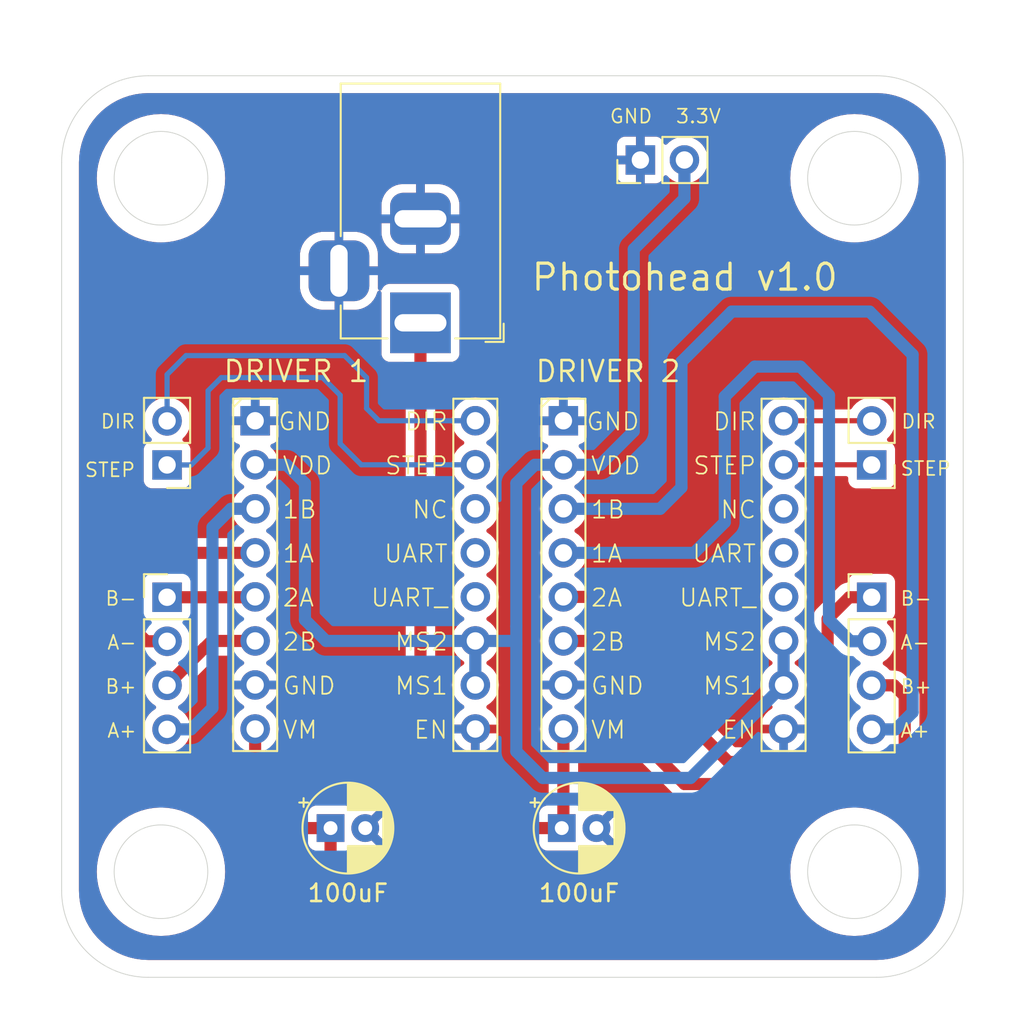
<source format=kicad_pcb>
(kicad_pcb (version 20240108) (generator "pcbnew") (generator_version "8.0")
  (title_block (title "Photohead board") (date "2024-03-03") (rev "v01") (comment 2 "creativecommons.org/licenses/by/4.0") (comment 3 "License: CC BY 4.0") (comment 4 "Author: Bastien Sagetat"))
  (layers (0 "F.Cu" signal) (31 "B.Cu" signal) (34 "B.Paste" user) (35 "F.Paste" user) (36 "B.SilkS" user "B.Silkscreen") (37 "F.SilkS" user "F.Silkscreen") (38 "B.Mask" user) (39 "F.Mask" user) (44 "Edge.Cuts" user))
  (net 0 "")
  (net 1 "+3.3V")
  (net 2 "GND")
  (net 4 "/DRV1_2A")
  (net 5 "/DRV1_1A")
  (net 8 "/DRV1_2B")
  (net 9 "/DRV1_STEP")
  (net 10 "+12V")
  (net 11 "/DRV1_DIR")
  (net 12 "/DRV1_1B")
  (net 13 "/DRV2_1A")
  (net 14 "/DRV2_STEP")
  (net 16 "/DRV2_2A")
  (net 18 "/DRV2_2B")
  (net 19 "/DRV2_1B")
  (net 21 "/DRV2_DIR")
  (footprint "Connector_BarrelJack:BarrelJack_Horizontal" (layer "F.Cu") (at 175.697 57.25 -90)
    (property "Reference" "J1" (hide yes))
    (property "Value" "Barrel_Jack_Switch")
    (fp_line (start -13.8 4.6) (end -13.8 -4.6) (stroke (width 0.12)) (layer "F.SilkS"))
    (fp_line (start -5 4.6) (end -13.8 4.6) (stroke (width 0.12)) (layer "F.SilkS"))
    (fp_line (start 0.9 4.6) (end -1 4.6) (stroke (width 0.12)) (layer "F.SilkS"))
    (fp_line (start 0.9 1.9) (end 0.9 4.6) (stroke (width 0.12)) (layer "F.SilkS"))
    (fp_line (start 1.1 -3.75) (end 1.1 -4.8) (stroke (width 0.12)) (layer "F.SilkS"))
    (fp_line (start -13.8 -4.6) (end 0.9 -4.6) (stroke (width 0.12)) (layer "F.SilkS"))
    (fp_line (start 0.9 -4.6) (end 0.9 -2) (stroke (width 0.12)) (layer "F.SilkS"))
    (fp_line (start 0.05 -4.8) (end 1.1 -4.8) (stroke (width 0.12)) (layer "F.SilkS"))
    (pad "1" thru_hole rect (at 0 0 270) (size 3.5 3.5) (drill oval 1 3) (layers "*.Cu" "*.Mask") (net 10 "+12V"))
    (pad "2" thru_hole roundrect (at -6 0 270) (size 3 3.5) (drill oval 1 3) (layers "*.Cu" "*.Mask") (net 2 "GND"))
    (pad "3" thru_hole roundrect (at -3 4.7 270) (size 3.5 3.5) (drill oval 3 1) (layers "*.Cu" "*.Mask") (net 2 "GND"))
  )
  (footprint "Connector_PinHeader_2.54mm:PinHeader_1x02_P2.54mm_Vertical" (layer "F.Cu") (at 161.082 65.448 180)
    (property "Reference" "J3" (hide yes))
    (property "Value" "Conn_01x02_Socket")
    (fp_line (start 1.33 1.27) (end 1.33 3.87) (stroke (width 0.12)) (layer "F.SilkS"))
    (fp_line (start -1.33 3.87) (end 1.33 3.87) (stroke (width 0.12)) (layer "F.SilkS"))
    (fp_line (start -1.33 1.27) (end 1.33 1.27) (stroke (width 0.12)) (layer "F.SilkS"))
    (fp_line (start -1.33 1.27) (end -1.33 3.87) (stroke (width 0.12)) (layer "F.SilkS"))
    (fp_line (start -1.33 0) (end -1.33 -1.33) (stroke (width 0.12)) (layer "F.SilkS"))
    (fp_line (start -1.33 -1.33) (end 0 -1.33) (stroke (width 0.12)) (layer "F.SilkS"))
    (pad "1" thru_hole rect (at 0 0 180) (size 1.7 1.7) (drill 1) (layers "*.Cu" "*.Mask") (net 9 "/DRV1_STEP"))
    (pad "2" thru_hole oval (at 0 2.54 180) (size 1.7 1.7) (drill 1) (layers "*.Cu" "*.Mask") (net 11 "/DRV1_DIR"))
  )
  (footprint "Connector_PinHeader_2.54mm:PinHeader_1x04_P2.54mm_Vertical" (layer "F.Cu") (at 161.082 73.078)
    (property "Reference" "J4" (hide yes))
    (property "Value" "Conn_01x04_Socket")
    (fp_line (start -1.33 -1.33) (end 0 -1.33) (stroke (width 0.12)) (layer "F.SilkS"))
    (fp_line (start -1.33 0) (end -1.33 -1.33) (stroke (width 0.12)) (layer "F.SilkS"))
    (fp_line (start -1.33 1.27) (end -1.33 8.95) (stroke (width 0.12)) (layer "F.SilkS"))
    (fp_line (start -1.33 1.27) (end 1.33 1.27) (stroke (width 0.12)) (layer "F.SilkS"))
    (fp_line (start -1.33 8.95) (end 1.33 8.95) (stroke (width 0.12)) (layer "F.SilkS"))
    (fp_line (start 1.33 1.27) (end 1.33 8.95) (stroke (width 0.12)) (layer "F.SilkS"))
    (pad "1" thru_hole rect (at 0 0) (size 1.7 1.7) (drill 1) (layers "*.Cu" "*.Mask") (net 4 "/DRV1_2A"))
    (pad "2" thru_hole oval (at 0 2.54) (size 1.7 1.7) (drill 1) (layers "*.Cu" "*.Mask") (net 5 "/DRV1_1A"))
    (pad "3" thru_hole oval (at 0 5.08) (size 1.7 1.7) (drill 1) (layers "*.Cu" "*.Mask") (net 8 "/DRV1_2B"))
    (pad "4" thru_hole oval (at 0 7.62) (size 1.7 1.7) (drill 1) (layers "*.Cu" "*.Mask") (net 12 "/DRV1_1B"))
  )
  (footprint "Connector_PinHeader_2.54mm:PinHeader_1x02_P2.54mm_Vertical" (layer "F.Cu") (at 201.722 65.448 180)
    (property "Reference" "J5" (hide yes))
    (property "Value" "Conn_01x02_Socket")
    (fp_line (start 1.33 1.27) (end 1.33 3.87) (stroke (width 0.12)) (layer "F.SilkS"))
    (fp_line (start -1.33 3.87) (end 1.33 3.87) (stroke (width 0.12)) (layer "F.SilkS"))
    (fp_line (start -1.33 1.27) (end 1.33 1.27) (stroke (width 0.12)) (layer "F.SilkS"))
    (fp_line (start -1.33 1.27) (end -1.33 3.87) (stroke (width 0.12)) (layer "F.SilkS"))
    (fp_line (start -1.33 0) (end -1.33 -1.33) (stroke (width 0.12)) (layer "F.SilkS"))
    (fp_line (start -1.33 -1.33) (end 0 -1.33) (stroke (width 0.12)) (layer "F.SilkS"))
    (pad "1" thru_hole rect (at 0 0 180) (size 1.7 1.7) (drill 1) (layers "*.Cu" "*.Mask") (net 14 "/DRV2_STEP"))
    (pad "2" thru_hole oval (at 0 2.54 180) (size 1.7 1.7) (drill 1) (layers "*.Cu" "*.Mask") (net 21 "/DRV2_DIR"))
  )
  (footprint "Connector_PinHeader_2.54mm:PinHeader_1x04_P2.54mm_Vertical" (layer "F.Cu") (at 201.722 73.078)
    (property "Reference" "J6" (hide yes))
    (property "Value" "Conn_01x04_Socket")
    (fp_line (start -1.33 -1.33) (end 0 -1.33) (stroke (width 0.12)) (layer "F.SilkS"))
    (fp_line (start -1.33 0) (end -1.33 -1.33) (stroke (width 0.12)) (layer "F.SilkS"))
    (fp_line (start -1.33 1.27) (end -1.33 8.95) (stroke (width 0.12)) (layer "F.SilkS"))
    (fp_line (start -1.33 1.27) (end 1.33 1.27) (stroke (width 0.12)) (layer "F.SilkS"))
    (fp_line (start -1.33 8.95) (end 1.33 8.95) (stroke (width 0.12)) (layer "F.SilkS"))
    (fp_line (start 1.33 1.27) (end 1.33 8.95) (stroke (width 0.12)) (layer "F.SilkS"))
    (pad "1" thru_hole rect (at 0 0) (size 1.7 1.7) (drill 1) (layers "*.Cu" "*.Mask") (net 16 "/DRV2_2A"))
    (pad "2" thru_hole oval (at 0 2.54) (size 1.7 1.7) (drill 1) (layers "*.Cu" "*.Mask") (net 13 "/DRV2_1A"))
    (pad "3" thru_hole oval (at 0 5.08) (size 1.7 1.7) (drill 1) (layers "*.Cu" "*.Mask") (net 18 "/DRV2_2B"))
    (pad "4" thru_hole oval (at 0 7.62) (size 1.7 1.7) (drill 1) (layers "*.Cu" "*.Mask") (net 19 "/DRV2_1B"))
  )
  (footprint "photo-elec:TMC2208_v2.0_MKS_sockets" (layer "F.Cu") (at 166.162 62.898)
    (property "Reference" "U1" (hide yes))
    (property "Value" "~")
    (fp_line (start -1.27 -1.27) (end -1.27 19.05) (stroke (width 0.12)) (layer "F.SilkS"))
    (fp_line (start -1.27 -1.27) (end 1.27 -1.27) (stroke (width 0.12)) (layer "F.SilkS"))
    (fp_line (start -1.27 -0.762) (end -0.762 -1.27) (stroke (width 0.1)) (layer "F.SilkS"))
    (fp_line (start -1.27 19.05) (end 1.27 19.05) (stroke (width 0.12)) (layer "F.SilkS"))
    (fp_line (start 1.27 -1.27) (end 1.27 19.05) (stroke (width 0.12)) (layer "F.SilkS"))
    (fp_line (start 11.43 -1.27) (end 11.43 19.05) (stroke (width 0.12)) (layer "F.SilkS"))
    (fp_line (start 11.43 -1.27) (end 13.97 -1.27) (stroke (width 0.12)) (layer "F.SilkS"))
    (fp_line (start 11.43 19.05) (end 13.97 19.05) (stroke (width 0.12)) (layer "F.SilkS"))
    (fp_line (start 13.97 -1.27) (end 13.97 19.05) (stroke (width 0.12)) (layer "F.SilkS"))
    (fp_text user "GND" (at 1.524 15.875 0) (layer "F.SilkS") (effects (font (thickness 0.1)) (justify left bottom)))
    (fp_text user "2B" (at 1.524 13.335 0) (layer "F.SilkS") (effects (font (thickness 0.1)) (justify left bottom)))
    (fp_text user "MS1" (at 11.176 15.875 0) (layer "F.SilkS") (effects (font (thickness 0.1)) (justify right bottom)))
    (fp_text user "NC" (at 11.176 5.715 0) (layer "F.SilkS") (effects (font (thickness 0.1)) (justify right bottom)))
    (fp_text user "1B" (at 1.524 5.715 0) (layer "F.SilkS") (effects (font (thickness 0.1)) (justify left bottom)))
    (fp_text user "VM" (at 1.524 18.415 0) (layer "F.SilkS") (effects (font (thickness 0.1)) (justify left bottom)))
    (fp_text user "MS2" (at 11.176 13.335 0) (layer "F.SilkS") (effects (font (thickness 0.1)) (justify right bottom)))
    (fp_text user "STEP" (at 11.176 3.175 0) (layer "F.SilkS") (effects (font (thickness 0.1)) (justify right bottom)))
    (fp_text user "EN" (at 11.176 18.415 0) (layer "F.SilkS") (effects (font (thickness 0.1)) (justify right bottom)))
    (fp_text user "UART_" (at 11.176 10.795 0) (layer "F.SilkS") (effects (font (thickness 0.1)) (justify right bottom)))
    (fp_text user "VDD" (at 1.524 3.175 0) (layer "F.SilkS") (effects (font (thickness 0.1)) (justify left bottom)))
    (fp_text user "1A" (at 1.524 8.255 0) (layer "F.SilkS") (effects (font (thickness 0.1)) (justify left bottom)))
    (fp_text user "GND" (at 1.27 0.635 0) (layer "F.SilkS") (effects (font (thickness 0.1)) (justify left bottom)))
    (fp_text user "UART" (at 11.176 8.255 0) (layer "F.SilkS") (effects (font (thickness 0.1)) (justify right bottom)))
    (fp_text user "2A" (at 1.524 10.795 0) (layer "F.SilkS") (effects (font (thickness 0.1)) (justify left bottom)))
    (pad "1" thru_hole rect (at 0 0) (size 1.7 1.7) (drill 1) (layers "*.Cu" "*.Mask") (net 2 "GND"))
    (pad "2" thru_hole oval (at 0 2.54) (size 1.7 1.7) (drill 1) (layers "*.Cu" "*.Mask") (net 1 "+3.3V"))
    (pad "3" thru_hole oval (at 0 5.08) (size 1.7 1.7) (drill 1) (layers "*.Cu" "*.Mask") (net 12 "/DRV1_1B"))
    (pad "4" thru_hole oval (at 0 7.62) (size 1.7 1.7) (drill 1) (layers "*.Cu" "*.Mask") (net 5 "/DRV1_1A"))
    (pad "5" thru_hole oval (at 0 10.16) (size 1.7 1.7) (drill 1) (layers "*.Cu" "*.Mask") (net 4 "/DRV1_2A"))
    (pad "6" thru_hole oval (at 0 12.7) (size 1.7 1.7) (drill 1) (layers "*.Cu" "*.Mask") (net 8 "/DRV1_2B"))
    (pad "7" thru_hole oval (at 0 15.24) (size 1.7 1.7) (drill 1) (layers "*.Cu" "*.Mask") (net 2 "GND"))
    (pad "8" thru_hole oval (at 0 17.78) (size 1.7 1.7) (drill 1) (layers "*.Cu" "*.Mask") (net 10 "+12V"))
    (pad "9" thru_hole oval (at 12.7 17.78) (size 1.7 1.7) (drill 1) (layers "*.Cu" "*.Mask") (net 2 "GND"))
    (pad "10" thru_hole oval (at 12.7 15.24) (size 1.7 1.7) (drill 1) (layers "*.Cu" "*.Mask") (net 1 "+3.3V"))
    (pad "11" thru_hole oval (at 12.7 12.7) (size 1.7 1.7) (drill 1) (layers "*.Cu" "*.Mask") (net 1 "+3.3V"))
    (pad "12" thru_hole oval (at 12.7 10.16) (size 1.7 1.7) (drill 1) (layers "*.Cu" "*.Mask"))
    (pad "13" thru_hole oval (at 12.7 7.62) (size 1.7 1.7) (drill 1) (layers "*.Cu" "*.Mask"))
    (pad "14" thru_hole oval (at 12.7 5.08) (size 1.7 1.7) (drill 1) (layers "*.Cu" "*.Mask"))
    (pad "15" thru_hole oval (at 12.7 2.54) (size 1.7 1.7) (drill 1) (layers "*.Cu" "*.Mask") (net 9 "/DRV1_STEP"))
    (pad "16" thru_hole oval (at 12.7 0) (size 1.7 1.7) (drill 1) (layers "*.Cu" "*.Mask") (net 11 "/DRV1_DIR"))
  )
  (footprint "Capacitor_THT:CP_Radial_D5.0mm_P2.00mm" (layer "F.Cu") (at 170.512 86.393)
    (property "Reference" "C1" (hide yes))
    (property "Value" "100uF" (at 1 3.75 0) (layer "F.SilkS"))
    (fp_line (start -1.804775 -1.475) (end -1.304775 -1.475) (stroke (width 0.12)) (layer "F.SilkS"))
    (fp_line (start -1.554775 -1.725) (end -1.554775 -1.225) (stroke (width 0.12)) (layer "F.SilkS"))
    (fp_line (start 1 -2.58) (end 1 -1.04) (stroke (width 0.12)) (layer "F.SilkS"))
    (fp_line (start 1 1.04) (end 1 2.58) (stroke (width 0.12)) (layer "F.SilkS"))
    (fp_line (start 1.04 -2.58) (end 1.04 -1.04) (stroke (width 0.12)) (layer "F.SilkS"))
    (fp_line (start 1.04 1.04) (end 1.04 2.58) (stroke (width 0.12)) (layer "F.SilkS"))
    (fp_line (start 1.08 -2.579) (end 1.08 -1.04) (stroke (width 0.12)) (layer "F.SilkS"))
    (fp_line (start 1.08 1.04) (end 1.08 2.579) (stroke (width 0.12)) (layer "F.SilkS"))
    (fp_line (start 1.12 -2.578) (end 1.12 -1.04) (stroke (width 0.12)) (layer "F.SilkS"))
    (fp_line (start 1.12 1.04) (end 1.12 2.578) (stroke (width 0.12)) (layer "F.SilkS"))
    (fp_line (start 1.16 -2.576) (end 1.16 -1.04) (stroke (width 0.12)) (layer "F.SilkS"))
    (fp_line (start 1.16 1.04) (end 1.16 2.576) (stroke (width 0.12)) (layer "F.SilkS"))
    (fp_line (start 1.2 -2.573) (end 1.2 -1.04) (stroke (width 0.12)) (layer "F.SilkS"))
    (fp_line (start 1.2 1.04) (end 1.2 2.573) (stroke (width 0.12)) (layer "F.SilkS"))
    (fp_line (start 1.24 -2.569) (end 1.24 -1.04) (stroke (width 0.12)) (layer "F.SilkS"))
    (fp_line (start 1.24 1.04) (end 1.24 2.569) (stroke (width 0.12)) (layer "F.SilkS"))
    (fp_line (start 1.28 -2.565) (end 1.28 -1.04) (stroke (width 0.12)) (layer "F.SilkS"))
    (fp_line (start 1.28 1.04) (end 1.28 2.565) (stroke (width 0.12)) (layer "F.SilkS"))
    (fp_line (start 1.32 -2.561) (end 1.32 -1.04) (stroke (width 0.12)) (layer "F.SilkS"))
    (fp_line (start 1.32 1.04) (end 1.32 2.561) (stroke (width 0.12)) (layer "F.SilkS"))
    (fp_line (start 1.36 -2.556) (end 1.36 -1.04) (stroke (width 0.12)) (layer "F.SilkS"))
    (fp_line (start 1.36 1.04) (end 1.36 2.556) (stroke (width 0.12)) (layer "F.SilkS"))
    (fp_line (start 1.4 -2.55) (end 1.4 -1.04) (stroke (width 0.12)) (layer "F.SilkS"))
    (fp_line (start 1.4 1.04) (end 1.4 2.55) (stroke (width 0.12)) (layer "F.SilkS"))
    (fp_line (start 1.44 -2.543) (end 1.44 -1.04) (stroke (width 0.12)) (layer "F.SilkS"))
    (fp_line (start 1.44 1.04) (end 1.44 2.543) (stroke (width 0.12)) (layer "F.SilkS"))
    (fp_line (start 1.48 -2.536) (end 1.48 -1.04) (stroke (width 0.12)) (layer "F.SilkS"))
    (fp_line (start 1.48 1.04) (end 1.48 2.536) (stroke (width 0.12)) (layer "F.SilkS"))
    (fp_line (start 1.52 -2.528) (end 1.52 -1.04) (stroke (width 0.12)) (layer "F.SilkS"))
    (fp_line (start 1.52 1.04) (end 1.52 2.528) (stroke (width 0.12)) (layer "F.SilkS"))
    (fp_line (start 1.56 -2.52) (end 1.56 -1.04) (stroke (width 0.12)) (layer "F.SilkS"))
    (fp_line (start 1.56 1.04) (end 1.56 2.52) (stroke (width 0.12)) (layer "F.SilkS"))
    (fp_line (start 1.6 -2.511) (end 1.6 -1.04) (stroke (width 0.12)) (layer "F.SilkS"))
    (fp_line (start 1.6 1.04) (end 1.6 2.511) (stroke (width 0.12)) (layer "F.SilkS"))
    (fp_line (start 1.64 -2.501) (end 1.64 -1.04) (stroke (width 0.12)) (layer "F.SilkS"))
    (fp_line (start 1.64 1.04) (end 1.64 2.501) (stroke (width 0.12)) (layer "F.SilkS"))
    (fp_line (start 1.68 -2.491) (end 1.68 -1.04) (stroke (width 0.12)) (layer "F.SilkS"))
    (fp_line (start 1.68 1.04) (end 1.68 2.491) (stroke (width 0.12)) (layer "F.SilkS"))
    (fp_line (start 1.721 -2.48) (end 1.721 -1.04) (stroke (width 0.12)) (layer "F.SilkS"))
    (fp_line (start 1.721 1.04) (end 1.721 2.48) (stroke (width 0.12)) (layer "F.SilkS"))
    (fp_line (start 1.761 -2.468) (end 1.761 -1.04) (stroke (width 0.12)) (layer "F.SilkS"))
    (fp_line (start 1.761 1.04) (end 1.761 2.468) (stroke (width 0.12)) (layer "F.SilkS"))
    (fp_line (start 1.801 -2.455) (end 1.801 -1.04) (stroke (width 0.12)) (layer "F.SilkS"))
    (fp_line (start 1.801 1.04) (end 1.801 2.455) (stroke (width 0.12)) (layer "F.SilkS"))
    (fp_line (start 1.841 -2.442) (end 1.841 -1.04) (stroke (width 0.12)) (layer "F.SilkS"))
    (fp_line (start 1.841 1.04) (end 1.841 2.442) (stroke (width 0.12)) (layer "F.SilkS"))
    (fp_line (start 1.881 -2.428) (end 1.881 -1.04) (stroke (width 0.12)) (layer "F.SilkS"))
    (fp_line (start 1.881 1.04) (end 1.881 2.428) (stroke (width 0.12)) (layer "F.SilkS"))
    (fp_line (start 1.921 -2.414) (end 1.921 -1.04) (stroke (width 0.12)) (layer "F.SilkS"))
    (fp_line (start 1.921 1.04) (end 1.921 2.414) (stroke (width 0.12)) (layer "F.SilkS"))
    (fp_line (start 1.961 -2.398) (end 1.961 -1.04) (stroke (width 0.12)) (layer "F.SilkS"))
    (fp_line (start 1.961 1.04) (end 1.961 2.398) (stroke (width 0.12)) (layer "F.SilkS"))
    (fp_line (start 2.001 -2.382) (end 2.001 -1.04) (stroke (width 0.12)) (layer "F.SilkS"))
    (fp_line (start 2.001 1.04) (end 2.001 2.382) (stroke (width 0.12)) (layer "F.SilkS"))
    (fp_line (start 2.041 -2.365) (end 2.041 -1.04) (stroke (width 0.12)) (layer "F.SilkS"))
    (fp_line (start 2.041 1.04) (end 2.041 2.365) (stroke (width 0.12)) (layer "F.SilkS"))
    (fp_line (start 2.081 -2.348) (end 2.081 -1.04) (stroke (width 0.12)) (layer "F.SilkS"))
    (fp_line (start 2.081 1.04) (end 2.081 2.348) (stroke (width 0.12)) (layer "F.SilkS"))
    (fp_line (start 2.121 -2.329) (end 2.121 -1.04) (stroke (width 0.12)) (layer "F.SilkS"))
    (fp_line (start 2.121 1.04) (end 2.121 2.329) (stroke (width 0.12)) (layer "F.SilkS"))
    (fp_line (start 2.161 -2.31) (end 2.161 -1.04) (stroke (width 0.12)) (layer "F.SilkS"))
    (fp_line (start 2.161 1.04) (end 2.161 2.31) (stroke (width 0.12)) (layer "F.SilkS"))
    (fp_line (start 2.201 -2.29) (end 2.201 -1.04) (stroke (width 0.12)) (layer "F.SilkS"))
    (fp_line (start 2.201 1.04) (end 2.201 2.29) (stroke (width 0.12)) (layer "F.SilkS"))
    (fp_line (start 2.241 -2.268) (end 2.241 -1.04) (stroke (width 0.12)) (layer "F.SilkS"))
    (fp_line (start 2.241 1.04) (end 2.241 2.268) (stroke (width 0.12)) (layer "F.SilkS"))
    (fp_line (start 2.281 -2.247) (end 2.281 -1.04) (stroke (width 0.12)) (layer "F.SilkS"))
    (fp_line (start 2.281 1.04) (end 2.281 2.247) (stroke (width 0.12)) (layer "F.SilkS"))
    (fp_line (start 2.321 -2.224) (end 2.321 -1.04) (stroke (width 0.12)) (layer "F.SilkS"))
    (fp_line (start 2.321 1.04) (end 2.321 2.224) (stroke (width 0.12)) (layer "F.SilkS"))
    (fp_line (start 2.361 -2.2) (end 2.361 -1.04) (stroke (width 0.12)) (layer "F.SilkS"))
    (fp_line (start 2.361 1.04) (end 2.361 2.2) (stroke (width 0.12)) (layer "F.SilkS"))
    (fp_line (start 2.401 -2.175) (end 2.401 -1.04) (stroke (width 0.12)) (layer "F.SilkS"))
    (fp_line (start 2.401 1.04) (end 2.401 2.175) (stroke (width 0.12)) (layer "F.SilkS"))
    (fp_line (start 2.441 -2.149) (end 2.441 -1.04) (stroke (width 0.12)) (layer "F.SilkS"))
    (fp_line (start 2.441 1.04) (end 2.441 2.149) (stroke (width 0.12)) (layer "F.SilkS"))
    (fp_line (start 2.481 -2.122) (end 2.481 -1.04) (stroke (width 0.12)) (layer "F.SilkS"))
    (fp_line (start 2.481 1.04) (end 2.481 2.122) (stroke (width 0.12)) (layer "F.SilkS"))
    (fp_line (start 2.521 -2.095) (end 2.521 -1.04) (stroke (width 0.12)) (layer "F.SilkS"))
    (fp_line (start 2.521 1.04) (end 2.521 2.095) (stroke (width 0.12)) (layer "F.SilkS"))
    (fp_line (start 2.561 -2.065) (end 2.561 -1.04) (stroke (width 0.12)) (layer "F.SilkS"))
    (fp_line (start 2.561 1.04) (end 2.561 2.065) (stroke (width 0.12)) (layer "F.SilkS"))
    (fp_line (start 2.601 -2.035) (end 2.601 -1.04) (stroke (width 0.12)) (layer "F.SilkS"))
    (fp_line (start 2.601 1.04) (end 2.601 2.035) (stroke (width 0.12)) (layer "F.SilkS"))
    (fp_line (start 2.641 -2.004) (end 2.641 -1.04) (stroke (width 0.12)) (layer "F.SilkS"))
    (fp_line (start 2.641 1.04) (end 2.641 2.004) (stroke (width 0.12)) (layer "F.SilkS"))
    (fp_line (start 2.681 -1.971) (end 2.681 -1.04) (stroke (width 0.12)) (layer "F.SilkS"))
    (fp_line (start 2.681 1.04) (end 2.681 1.971) (stroke (width 0.12)) (layer "F.SilkS"))
    (fp_line (start 2.721 -1.937) (end 2.721 -1.04) (stroke (width 0.12)) (layer "F.SilkS"))
    (fp_line (start 2.721 1.04) (end 2.721 1.937) (stroke (width 0.12)) (layer "F.SilkS"))
    (fp_line (start 2.761 -1.901) (end 2.761 -1.04) (stroke (width 0.12)) (layer "F.SilkS"))
    (fp_line (start 2.761 1.04) (end 2.761 1.901) (stroke (width 0.12)) (layer "F.SilkS"))
    (fp_line (start 2.801 -1.864) (end 2.801 -1.04) (stroke (width 0.12)) (layer "F.SilkS"))
    (fp_line (start 2.801 1.04) (end 2.801 1.864) (stroke (width 0.12)) (layer "F.SilkS"))
    (fp_line (start 2.841 -1.826) (end 2.841 -1.04) (stroke (width 0.12)) (layer "F.SilkS"))
    (fp_line (start 2.841 1.04) (end 2.841 1.826) (stroke (width 0.12)) (layer "F.SilkS"))
    (fp_line (start 2.881 -1.785) (end 2.881 -1.04) (stroke (width 0.12)) (layer "F.SilkS"))
    (fp_line (start 2.881 1.04) (end 2.881 1.785) (stroke (width 0.12)) (layer "F.SilkS"))
    (fp_line (start 2.921 -1.743) (end 2.921 -1.04) (stroke (width 0.12)) (layer "F.SilkS"))
    (fp_line (start 2.921 1.04) (end 2.921 1.743) (stroke (width 0.12)) (layer "F.SilkS"))
    (fp_line (start 2.961 -1.699) (end 2.961 -1.04) (stroke (width 0.12)) (layer "F.SilkS"))
    (fp_line (start 2.961 1.04) (end 2.961 1.699) (stroke (width 0.12)) (layer "F.SilkS"))
    (fp_line (start 3.001 -1.653) (end 3.001 -1.04) (stroke (width 0.12)) (layer "F.SilkS"))
    (fp_line (start 3.001 1.04) (end 3.001 1.653) (stroke (width 0.12)) (layer "F.SilkS"))
    (fp_line (start 3.041 -1.605) (end 3.041 1.605) (stroke (width 0.12)) (layer "F.SilkS"))
    (fp_line (start 3.081 -1.554) (end 3.081 1.554) (stroke (width 0.12)) (layer "F.SilkS"))
    (fp_line (start 3.121 -1.5) (end 3.121 1.5) (stroke (width 0.12)) (layer "F.SilkS"))
    (fp_line (start 3.161 -1.443) (end 3.161 1.443) (stroke (width 0.12)) (layer "F.SilkS"))
    (fp_line (start 3.201 -1.383) (end 3.201 1.383) (stroke (width 0.12)) (layer "F.SilkS"))
    (fp_line (start 3.241 -1.319) (end 3.241 1.319) (stroke (width 0.12)) (layer "F.SilkS"))
    (fp_line (start 3.281 -1.251) (end 3.281 1.251) (stroke (width 0.12)) (layer "F.SilkS"))
    (fp_line (start 3.321 -1.178) (end 3.321 1.178) (stroke (width 0.12)) (layer "F.SilkS"))
    (fp_line (start 3.361 -1.098) (end 3.361 1.098) (stroke (width 0.12)) (layer "F.SilkS"))
    (fp_line (start 3.401 -1.011) (end 3.401 1.011) (stroke (width 0.12)) (layer "F.SilkS"))
    (fp_line (start 3.441 -0.915) (end 3.441 0.915) (stroke (width 0.12)) (layer "F.SilkS"))
    (fp_line (start 3.481 -0.805) (end 3.481 0.805) (stroke (width 0.12)) (layer "F.SilkS"))
    (fp_line (start 3.521 -0.677) (end 3.521 0.677) (stroke (width 0.12)) (layer "F.SilkS"))
    (fp_line (start 3.561 -0.518) (end 3.561 0.518) (stroke (width 0.12)) (layer "F.SilkS"))
    (fp_line (start 3.601 -0.284) (end 3.601 0.284) (stroke (width 0.12)) (layer "F.SilkS"))
    (fp_circle (center 1 0) (end 3.62 0) (stroke (width 0.12)) (fill none) (layer "F.SilkS"))
    (pad "1" thru_hole rect (at 0 0) (size 1.6 1.6) (drill 0.8) (layers "*.Cu" "*.Mask") (net 10 "+12V"))
    (pad "2" thru_hole circle (at 2 0) (size 1.6 1.6) (drill 0.8) (layers "*.Cu" "*.Mask") (net 2 "GND"))
  )
  (footprint "Capacitor_THT:CP_Radial_D5.0mm_P2.00mm" (layer "F.Cu") (at 183.847 86.393)
    (property "Reference" "C2" (hide yes))
    (property "Value" "100uF" (at 1 3.75 0) (layer "F.SilkS"))
    (fp_line (start -1.804775 -1.475) (end -1.304775 -1.475) (stroke (width 0.12)) (layer "F.SilkS"))
    (fp_line (start -1.554775 -1.725) (end -1.554775 -1.225) (stroke (width 0.12)) (layer "F.SilkS"))
    (fp_line (start 1 -2.58) (end 1 -1.04) (stroke (width 0.12)) (layer "F.SilkS"))
    (fp_line (start 1 1.04) (end 1 2.58) (stroke (width 0.12)) (layer "F.SilkS"))
    (fp_line (start 1.04 -2.58) (end 1.04 -1.04) (stroke (width 0.12)) (layer "F.SilkS"))
    (fp_line (start 1.04 1.04) (end 1.04 2.58) (stroke (width 0.12)) (layer "F.SilkS"))
    (fp_line (start 1.08 -2.579) (end 1.08 -1.04) (stroke (width 0.12)) (layer "F.SilkS"))
    (fp_line (start 1.08 1.04) (end 1.08 2.579) (stroke (width 0.12)) (layer "F.SilkS"))
    (fp_line (start 1.12 -2.578) (end 1.12 -1.04) (stroke (width 0.12)) (layer "F.SilkS"))
    (fp_line (start 1.12 1.04) (end 1.12 2.578) (stroke (width 0.12)) (layer "F.SilkS"))
    (fp_line (start 1.16 -2.576) (end 1.16 -1.04) (stroke (width 0.12)) (layer "F.SilkS"))
    (fp_line (start 1.16 1.04) (end 1.16 2.576) (stroke (width 0.12)) (layer "F.SilkS"))
    (fp_line (start 1.2 -2.573) (end 1.2 -1.04) (stroke (width 0.12)) (layer "F.SilkS"))
    (fp_line (start 1.2 1.04) (end 1.2 2.573) (stroke (width 0.12)) (layer "F.SilkS"))
    (fp_line (start 1.24 -2.569) (end 1.24 -1.04) (stroke (width 0.12)) (layer "F.SilkS"))
    (fp_line (start 1.24 1.04) (end 1.24 2.569) (stroke (width 0.12)) (layer "F.SilkS"))
    (fp_line (start 1.28 -2.565) (end 1.28 -1.04) (stroke (width 0.12)) (layer "F.SilkS"))
    (fp_line (start 1.28 1.04) (end 1.28 2.565) (stroke (width 0.12)) (layer "F.SilkS"))
    (fp_line (start 1.32 -2.561) (end 1.32 -1.04) (stroke (width 0.12)) (layer "F.SilkS"))
    (fp_line (start 1.32 1.04) (end 1.32 2.561) (stroke (width 0.12)) (layer "F.SilkS"))
    (fp_line (start 1.36 -2.556) (end 1.36 -1.04) (stroke (width 0.12)) (layer "F.SilkS"))
    (fp_line (start 1.36 1.04) (end 1.36 2.556) (stroke (width 0.12)) (layer "F.SilkS"))
    (fp_line (start 1.4 -2.55) (end 1.4 -1.04) (stroke (width 0.12)) (layer "F.SilkS"))
    (fp_line (start 1.4 1.04) (end 1.4 2.55) (stroke (width 0.12)) (layer "F.SilkS"))
    (fp_line (start 1.44 -2.543) (end 1.44 -1.04) (stroke (width 0.12)) (layer "F.SilkS"))
    (fp_line (start 1.44 1.04) (end 1.44 2.543) (stroke (width 0.12)) (layer "F.SilkS"))
    (fp_line (start 1.48 -2.536) (end 1.48 -1.04) (stroke (width 0.12)) (layer "F.SilkS"))
    (fp_line (start 1.48 1.04) (end 1.48 2.536) (stroke (width 0.12)) (layer "F.SilkS"))
    (fp_line (start 1.52 -2.528) (end 1.52 -1.04) (stroke (width 0.12)) (layer "F.SilkS"))
    (fp_line (start 1.52 1.04) (end 1.52 2.528) (stroke (width 0.12)) (layer "F.SilkS"))
    (fp_line (start 1.56 -2.52) (end 1.56 -1.04) (stroke (width 0.12)) (layer "F.SilkS"))
    (fp_line (start 1.56 1.04) (end 1.56 2.52) (stroke (width 0.12)) (layer "F.SilkS"))
    (fp_line (start 1.6 -2.511) (end 1.6 -1.04) (stroke (width 0.12)) (layer "F.SilkS"))
    (fp_line (start 1.6 1.04) (end 1.6 2.511) (stroke (width 0.12)) (layer "F.SilkS"))
    (fp_line (start 1.64 -2.501) (end 1.64 -1.04) (stroke (width 0.12)) (layer "F.SilkS"))
    (fp_line (start 1.64 1.04) (end 1.64 2.501) (stroke (width 0.12)) (layer "F.SilkS"))
    (fp_line (start 1.68 -2.491) (end 1.68 -1.04) (stroke (width 0.12)) (layer "F.SilkS"))
    (fp_line (start 1.68 1.04) (end 1.68 2.491) (stroke (width 0.12)) (layer "F.SilkS"))
    (fp_line (start 1.721 -2.48) (end 1.721 -1.04) (stroke (width 0.12)) (layer "F.SilkS"))
    (fp_line (start 1.721 1.04) (end 1.721 2.48) (stroke (width 0.12)) (layer "F.SilkS"))
    (fp_line (start 1.761 -2.468) (end 1.761 -1.04) (stroke (width 0.12)) (layer "F.SilkS"))
    (fp_line (start 1.761 1.04) (end 1.761 2.468) (stroke (width 0.12)) (layer "F.SilkS"))
    (fp_line (start 1.801 -2.455) (end 1.801 -1.04) (stroke (width 0.12)) (layer "F.SilkS"))
    (fp_line (start 1.801 1.04) (end 1.801 2.455) (stroke (width 0.12)) (layer "F.SilkS"))
    (fp_line (start 1.841 -2.442) (end 1.841 -1.04) (stroke (width 0.12)) (layer "F.SilkS"))
    (fp_line (start 1.841 1.04) (end 1.841 2.442) (stroke (width 0.12)) (layer "F.SilkS"))
    (fp_line (start 1.881 -2.428) (end 1.881 -1.04) (stroke (width 0.12)) (layer "F.SilkS"))
    (fp_line (start 1.881 1.04) (end 1.881 2.428) (stroke (width 0.12)) (layer "F.SilkS"))
    (fp_line (start 1.921 -2.414) (end 1.921 -1.04) (stroke (width 0.12)) (layer "F.SilkS"))
    (fp_line (start 1.921 1.04) (end 1.921 2.414) (stroke (width 0.12)) (layer "F.SilkS"))
    (fp_line (start 1.961 -2.398) (end 1.961 -1.04) (stroke (width 0.12)) (layer "F.SilkS"))
    (fp_line (start 1.961 1.04) (end 1.961 2.398) (stroke (width 0.12)) (layer "F.SilkS"))
    (fp_line (start 2.001 -2.382) (end 2.001 -1.04) (stroke (width 0.12)) (layer "F.SilkS"))
    (fp_line (start 2.001 1.04) (end 2.001 2.382) (stroke (width 0.12)) (layer "F.SilkS"))
    (fp_line (start 2.041 -2.365) (end 2.041 -1.04) (stroke (width 0.12)) (layer "F.SilkS"))
    (fp_line (start 2.041 1.04) (end 2.041 2.365) (stroke (width 0.12)) (layer "F.SilkS"))
    (fp_line (start 2.081 -2.348) (end 2.081 -1.04) (stroke (width 0.12)) (layer "F.SilkS"))
    (fp_line (start 2.081 1.04) (end 2.081 2.348) (stroke (width 0.12)) (layer "F.SilkS"))
    (fp_line (start 2.121 -2.329) (end 2.121 -1.04) (stroke (width 0.12)) (layer "F.SilkS"))
    (fp_line (start 2.121 1.04) (end 2.121 2.329) (stroke (width 0.12)) (layer "F.SilkS"))
    (fp_line (start 2.161 -2.31) (end 2.161 -1.04) (stroke (width 0.12)) (layer "F.SilkS"))
    (fp_line (start 2.161 1.04) (end 2.161 2.31) (stroke (width 0.12)) (layer "F.SilkS"))
    (fp_line (start 2.201 -2.29) (end 2.201 -1.04) (stroke (width 0.12)) (layer "F.SilkS"))
    (fp_line (start 2.201 1.04) (end 2.201 2.29) (stroke (width 0.12)) (layer "F.SilkS"))
    (fp_line (start 2.241 -2.268) (end 2.241 -1.04) (stroke (width 0.12)) (layer "F.SilkS"))
    (fp_line (start 2.241 1.04) (end 2.241 2.268) (stroke (width 0.12)) (layer "F.SilkS"))
    (fp_line (start 2.281 -2.247) (end 2.281 -1.04) (stroke (width 0.12)) (layer "F.SilkS"))
    (fp_line (start 2.281 1.04) (end 2.281 2.247) (stroke (width 0.12)) (layer "F.SilkS"))
    (fp_line (start 2.321 -2.224) (end 2.321 -1.04) (stroke (width 0.12)) (layer "F.SilkS"))
    (fp_line (start 2.321 1.04) (end 2.321 2.224) (stroke (width 0.12)) (layer "F.SilkS"))
    (fp_line (start 2.361 -2.2) (end 2.361 -1.04) (stroke (width 0.12)) (layer "F.SilkS"))
    (fp_line (start 2.361 1.04) (end 2.361 2.2) (stroke (width 0.12)) (layer "F.SilkS"))
    (fp_line (start 2.401 -2.175) (end 2.401 -1.04) (stroke (width 0.12)) (layer "F.SilkS"))
    (fp_line (start 2.401 1.04) (end 2.401 2.175) (stroke (width 0.12)) (layer "F.SilkS"))
    (fp_line (start 2.441 -2.149) (end 2.441 -1.04) (stroke (width 0.12)) (layer "F.SilkS"))
    (fp_line (start 2.441 1.04) (end 2.441 2.149) (stroke (width 0.12)) (layer "F.SilkS"))
    (fp_line (start 2.481 -2.122) (end 2.481 -1.04) (stroke (width 0.12)) (layer "F.SilkS"))
    (fp_line (start 2.481 1.04) (end 2.481 2.122) (stroke (width 0.12)) (layer "F.SilkS"))
    (fp_line (start 2.521 -2.095) (end 2.521 -1.04) (stroke (width 0.12)) (layer "F.SilkS"))
    (fp_line (start 2.521 1.04) (end 2.521 2.095) (stroke (width 0.12)) (layer "F.SilkS"))
    (fp_line (start 2.561 -2.065) (end 2.561 -1.04) (stroke (width 0.12)) (layer "F.SilkS"))
    (fp_line (start 2.561 1.04) (end 2.561 2.065) (stroke (width 0.12)) (layer "F.SilkS"))
    (fp_line (start 2.601 -2.035) (end 2.601 -1.04) (stroke (width 0.12)) (layer "F.SilkS"))
    (fp_line (start 2.601 1.04) (end 2.601 2.035) (stroke (width 0.12)) (layer "F.SilkS"))
    (fp_line (start 2.641 -2.004) (end 2.641 -1.04) (stroke (width 0.12)) (layer "F.SilkS"))
    (fp_line (start 2.641 1.04) (end 2.641 2.004) (stroke (width 0.12)) (layer "F.SilkS"))
    (fp_line (start 2.681 -1.971) (end 2.681 -1.04) (stroke (width 0.12)) (layer "F.SilkS"))
    (fp_line (start 2.681 1.04) (end 2.681 1.971) (stroke (width 0.12)) (layer "F.SilkS"))
    (fp_line (start 2.721 -1.937) (end 2.721 -1.04) (stroke (width 0.12)) (layer "F.SilkS"))
    (fp_line (start 2.721 1.04) (end 2.721 1.937) (stroke (width 0.12)) (layer "F.SilkS"))
    (fp_line (start 2.761 -1.901) (end 2.761 -1.04) (stroke (width 0.12)) (layer "F.SilkS"))
    (fp_line (start 2.761 1.04) (end 2.761 1.901) (stroke (width 0.12)) (layer "F.SilkS"))
    (fp_line (start 2.801 -1.864) (end 2.801 -1.04) (stroke (width 0.12)) (layer "F.SilkS"))
    (fp_line (start 2.801 1.04) (end 2.801 1.864) (stroke (width 0.12)) (layer "F.SilkS"))
    (fp_line (start 2.841 -1.826) (end 2.841 -1.04) (stroke (width 0.12)) (layer "F.SilkS"))
    (fp_line (start 2.841 1.04) (end 2.841 1.826) (stroke (width 0.12)) (layer "F.SilkS"))
    (fp_line (start 2.881 -1.785) (end 2.881 -1.04) (stroke (width 0.12)) (layer "F.SilkS"))
    (fp_line (start 2.881 1.04) (end 2.881 1.785) (stroke (width 0.12)) (layer "F.SilkS"))
    (fp_line (start 2.921 -1.743) (end 2.921 -1.04) (stroke (width 0.12)) (layer "F.SilkS"))
    (fp_line (start 2.921 1.04) (end 2.921 1.743) (stroke (width 0.12)) (layer "F.SilkS"))
    (fp_line (start 2.961 -1.699) (end 2.961 -1.04) (stroke (width 0.12)) (layer "F.SilkS"))
    (fp_line (start 2.961 1.04) (end 2.961 1.699) (stroke (width 0.12)) (layer "F.SilkS"))
    (fp_line (start 3.001 -1.653) (end 3.001 -1.04) (stroke (width 0.12)) (layer "F.SilkS"))
    (fp_line (start 3.001 1.04) (end 3.001 1.653) (stroke (width 0.12)) (layer "F.SilkS"))
    (fp_line (start 3.041 -1.605) (end 3.041 1.605) (stroke (width 0.12)) (layer "F.SilkS"))
    (fp_line (start 3.081 -1.554) (end 3.081 1.554) (stroke (width 0.12)) (layer "F.SilkS"))
    (fp_line (start 3.121 -1.5) (end 3.121 1.5) (stroke (width 0.12)) (layer "F.SilkS"))
    (fp_line (start 3.161 -1.443) (end 3.161 1.443) (stroke (width 0.12)) (layer "F.SilkS"))
    (fp_line (start 3.201 -1.383) (end 3.201 1.383) (stroke (width 0.12)) (layer "F.SilkS"))
    (fp_line (start 3.241 -1.319) (end 3.241 1.319) (stroke (width 0.12)) (layer "F.SilkS"))
    (fp_line (start 3.281 -1.251) (end 3.281 1.251) (stroke (width 0.12)) (layer "F.SilkS"))
    (fp_line (start 3.321 -1.178) (end 3.321 1.178) (stroke (width 0.12)) (layer "F.SilkS"))
    (fp_line (start 3.361 -1.098) (end 3.361 1.098) (stroke (width 0.12)) (layer "F.SilkS"))
    (fp_line (start 3.401 -1.011) (end 3.401 1.011) (stroke (width 0.12)) (layer "F.SilkS"))
    (fp_line (start 3.441 -0.915) (end 3.441 0.915) (stroke (width 0.12)) (layer "F.SilkS"))
    (fp_line (start 3.481 -0.805) (end 3.481 0.805) (stroke (width 0.12)) (layer "F.SilkS"))
    (fp_line (start 3.521 -0.677) (end 3.521 0.677) (stroke (width 0.12)) (layer "F.SilkS"))
    (fp_line (start 3.561 -0.518) (end 3.561 0.518) (stroke (width 0.12)) (layer "F.SilkS"))
    (fp_line (start 3.601 -0.284) (end 3.601 0.284) (stroke (width 0.12)) (layer "F.SilkS"))
    (fp_circle (center 1 0) (end 3.62 0) (stroke (width 0.12)) (fill none) (layer "F.SilkS"))
    (pad "1" thru_hole rect (at 0 0) (size 1.6 1.6) (drill 0.8) (layers "*.Cu" "*.Mask") (net 10 "+12V"))
    (pad "2" thru_hole circle (at 2 0) (size 1.6 1.6) (drill 0.8) (layers "*.Cu" "*.Mask") (net 2 "GND"))
  )
  (footprint "photo-elec:TMC2208_v2.0_MKS_sockets" (layer "F.Cu") (at 183.942 62.898)
    (property "Reference" "U2" (hide yes))
    (property "Value" "~")
    (fp_line (start -1.27 -1.27) (end -1.27 19.05) (stroke (width 0.12)) (layer "F.SilkS"))
    (fp_line (start -1.27 -1.27) (end 1.27 -1.27) (stroke (width 0.12)) (layer "F.SilkS"))
    (fp_line (start -1.27 -0.762) (end -0.762 -1.27) (stroke (width 0.1)) (layer "F.SilkS"))
    (fp_line (start -1.27 19.05) (end 1.27 19.05) (stroke (width 0.12)) (layer "F.SilkS"))
    (fp_line (start 1.27 -1.27) (end 1.27 19.05) (stroke (width 0.12)) (layer "F.SilkS"))
    (fp_line (start 11.43 -1.27) (end 11.43 19.05) (stroke (width 0.12)) (layer "F.SilkS"))
    (fp_line (start 11.43 -1.27) (end 13.97 -1.27) (stroke (width 0.12)) (layer "F.SilkS"))
    (fp_line (start 11.43 19.05) (end 13.97 19.05) (stroke (width 0.12)) (layer "F.SilkS"))
    (fp_line (start 13.97 -1.27) (end 13.97 19.05) (stroke (width 0.12)) (layer "F.SilkS"))
    (fp_text user "STEP" (at 11.176 3.175 0) (layer "F.SilkS") (effects (font (thickness 0.1)) (justify right bottom)))
    (fp_text user "GND" (at 1.524 15.875 0) (layer "F.SilkS") (effects (font (thickness 0.1)) (justify left bottom)))
    (fp_text user "GND" (at 1.27 0.635 0) (layer "F.SilkS") (effects (font (thickness 0.1)) (justify left bottom)))
    (fp_text user "MS2" (at 11.176 13.335 0) (layer "F.SilkS") (effects (font (thickness 0.1)) (justify right bottom)))
    (fp_text user "MS1" (at 11.176 15.875 0) (layer "F.SilkS") (effects (font (thickness 0.1)) (justify right bottom)))
    (fp_text user "VM" (at 1.524 18.415 0) (layer "F.SilkS") (effects (font (thickness 0.1)) (justify left bottom)))
    (fp_text user "UART" (at 11.176 8.255 0) (layer "F.SilkS") (effects (font (thickness 0.1)) (justify right bottom)))
    (fp_text user "DIR" (at 11.176 0.635 0) (layer "F.SilkS") (effects (font (thickness 0.1)) (justify right bottom)))
    (fp_text user "2A" (at 1.524 10.795 0) (layer "F.SilkS") (effects (font (thickness 0.1)) (justify left bottom)))
    (fp_text user "UART_" (at 11.176 10.795 0) (layer "F.SilkS") (effects (font (thickness 0.1)) (justify right bottom)))
    (fp_text user "EN" (at 11.176 18.415 0) (layer "F.SilkS") (effects (font (thickness 0.1)) (justify right bottom)))
    (fp_text user "NC" (at 11.176 5.715 0) (layer "F.SilkS") (effects (font (thickness 0.1)) (justify right bottom)))
    (fp_text user "1A" (at 1.524 8.255 0) (layer "F.SilkS") (effects (font (thickness 0.1)) (justify left bottom)))
    (fp_text user "VDD" (at 1.524 3.175 0) (layer "F.SilkS") (effects (font (thickness 0.1)) (justify left bottom)))
    (fp_text user "1B" (at 1.524 5.715 0) (layer "F.SilkS") (effects (font (thickness 0.1)) (justify left bottom)))
    (fp_text user "2B" (at 1.524 13.335 0) (layer "F.SilkS") (effects (font (thickness 0.1)) (justify left bottom)))
    (pad "1" thru_hole rect (at 0 0) (size 1.7 1.7) (drill 1) (layers "*.Cu" "*.Mask") (net 2 "GND"))
    (pad "2" thru_hole oval (at 0 2.54) (size 1.7 1.7) (drill 1) (layers "*.Cu" "*.Mask") (net 1 "+3.3V"))
    (pad "3" thru_hole oval (at 0 5.08) (size 1.7 1.7) (drill 1) (layers "*.Cu" "*.Mask") (net 19 "/DRV2_1B"))
    (pad "4" thru_hole oval (at 0 7.62) (size 1.7 1.7) (drill 1) (layers "*.Cu" "*.Mask") (net 13 "/DRV2_1A"))
    (pad "5" thru_hole oval (at 0 10.16) (size 1.7 1.7) (drill 1) (layers "*.Cu" "*.Mask") (net 16 "/DRV2_2A"))
    (pad "6" thru_hole oval (at 0 12.7) (size 1.7 1.7) (drill 1) (layers "*.Cu" "*.Mask") (net 18 "/DRV2_2B"))
    (pad "7" thru_hole oval (at 0 15.24) (size 1.7 1.7) (drill 1) (layers "*.Cu" "*.Mask") (net 2 "GND"))
    (pad "8" thru_hole oval (at 0 17.78) (size 1.7 1.7) (drill 1) (layers "*.Cu" "*.Mask") (net 10 "+12V"))
    (pad "9" thru_hole oval (at 12.7 17.78) (size 1.7 1.7) (drill 1) (layers "*.Cu" "*.Mask") (net 2 "GND"))
    (pad "10" thru_hole oval (at 12.7 15.24) (size 1.7 1.7) (drill 1) (layers "*.Cu" "*.Mask") (net 1 "+3.3V"))
    (pad "11" thru_hole oval (at 12.7 12.7) (size 1.7 1.7) (drill 1) (layers "*.Cu" "*.Mask") (net 1 "+3.3V"))
    (pad "12" thru_hole oval (at 12.7 10.16) (size 1.7 1.7) (drill 1) (layers "*.Cu" "*.Mask"))
    (pad "13" thru_hole oval (at 12.7 7.62) (size 1.7 1.7) (drill 1) (layers "*.Cu" "*.Mask"))
    (pad "14" thru_hole oval (at 12.7 5.08) (size 1.7 1.7) (drill 1) (layers "*.Cu" "*.Mask"))
    (pad "15" thru_hole oval (at 12.7 2.54) (size 1.7 1.7) (drill 1) (layers "*.Cu" "*.Mask") (net 14 "/DRV2_STEP"))
    (pad "16" thru_hole oval (at 12.7 0) (size 1.7 1.7) (drill 1) (layers "*.Cu" "*.Mask") (net 21 "/DRV2_DIR"))
  )
  (footprint "Connector_PinHeader_2.54mm:PinHeader_1x02_P2.54mm_Vertical" (layer "F.Cu") (at 188.382 47.858 90)
    (property "Reference" "J2" (hide yes))
    (property "Value" "Conn_01x02_Socket")
    (fp_line (start -1.33 -1.33) (end 0 -1.33) (stroke (width 0.12)) (layer "F.SilkS"))
    (fp_line (start -1.33 0) (end -1.33 -1.33) (stroke (width 0.12)) (layer "F.SilkS"))
    (fp_line (start 1.33 1.27) (end 1.33 3.87) (stroke (width 0.12)) (layer "F.SilkS"))
    (fp_line (start -1.33 1.27) (end 1.33 1.27) (stroke (width 0.12)) (layer "F.SilkS"))
    (fp_line (start -1.33 1.27) (end -1.33 3.87) (stroke (width 0.12)) (layer "F.SilkS"))
    (fp_line (start -1.33 3.87) (end 1.33 3.87) (stroke (width 0.12)) (layer "F.SilkS"))
    (pad "1" thru_hole rect (at 0 0 90) (size 1.7 1.7) (drill 1) (layers "*.Cu" "*.Mask") (net 2 "GND"))
    (pad "2" thru_hole oval (at 0 2.54 90) (size 1.7 1.7) (drill 1) (layers "*.Cu" "*.Mask") (net 1 "+3.3V"))
  )
  (gr_line (start 160 43) (end 202 43) (stroke (width 0.05)) (layer "Edge.Cuts"))
  (gr_line (start 207 48) (end 207 90) (stroke (width 0.05)) (layer "Edge.Cuts"))
  (gr_arc (start 160 95) (mid 156.464466 93.535534) (end 155 90) (stroke (width 0.05)) (layer "Edge.Cuts"))
  (gr_arc (start 155 48) (mid 156.464466 44.464466) (end 160 43) (stroke (width 0.05)) (layer "Edge.Cuts"))
  (gr_circle (center 200.73 88.91) (end 203.43 88.91) (stroke (width 0.05)) (fill none) (layer "Edge.Cuts"))
  (gr_line (start 155 48) (end 155 90) (stroke (width 0.05)) (layer "Edge.Cuts"))
  (gr_circle (center 160.73 88.91) (end 163.43 88.91) (stroke (width 0.05)) (fill none) (layer "Edge.Cuts"))
  (gr_circle (center 200.73 48.91) (end 203.43 48.91) (stroke (width 0.05)) (fill none) (layer "Edge.Cuts"))
  (gr_arc (start 207 90) (mid 205.535534 93.535534) (end 202 95) (stroke (width 0.05)) (layer "Edge.Cuts"))
  (gr_circle (center 160.73 48.91) (end 163.43 48.91) (stroke (width 0.05)) (fill none) (layer "Edge.Cuts"))
  (gr_line (start 160 95) (end 202 95) (stroke (width 0.05)) (layer "Edge.Cuts"))
  (gr_arc (start 202 43) (mid 205.535534 44.464466) (end 207 48) (stroke (width 0.05)) (layer "Edge.Cuts"))
  (gr_text "DIR" (at 159.304 63.406 0) (layer "F.SilkS") (effects (font (size 0.8 0.8) (thickness 0.1)) (justify right bottom)))
  (gr_text "B-" (at 159.382 73.618 0) (layer "F.SilkS") (effects (font (size 0.8 0.8) (thickness 0.1)) (justify right bottom)))
  (gr_text "A+" (at 203.324 81.238 0) (layer "F.SilkS") (effects (font (size 0.8 0.8) (thickness 0.1)) (justify left bottom)))
  (gr_text "A-" (at 159.382 76.158 0) (layer "F.SilkS") (effects (font (size 0.8 0.8) (thickness 0.1)) (justify right bottom)))
  (gr_text "GND" (at 186.56 45.805 0) (layer "F.SilkS") (effects (font (size 0.8 0.8) (thickness 0.1)) (justify left bottom)))
  (gr_text "A-" (at 203.324 76.158 0) (layer "F.SilkS") (effects (font (size 0.8 0.8) (thickness 0.1)) (justify left bottom)))
  (gr_text "3.3V" (at 190.37 45.805 0) (layer "F.SilkS") (effects (font (size 0.8 0.8) (thickness 0.1)) (justify left bottom)))
  (gr_text "DIR" (at 177.338 63.533 0) (layer "F.SilkS") (effects (font (size 1 1) (thickness 0.1)) (justify right bottom)))
  (gr_text "DIR" (at 203.373 63.406 0) (layer "F.SilkS") (effects (font (size 0.8 0.8) (thickness 0.1)) (justify left bottom)))
  (gr_text "DRIVER 2" (at 182.25 60.75 0) (layer "F.SilkS") (effects (font (size 1.2 1.2)) (justify left bottom)))
  (gr_text "STEP" (at 203.324 66.125 0) (layer "F.SilkS") (effects (font (size 0.8 0.8) (thickness 0.1)) (justify left bottom)))
  (gr_text "A+" (at 159.382 81.238 0) (layer "F.SilkS") (effects (font (size 0.8 0.8) (thickness 0.1)) (justify right bottom)))
  (gr_text "Photohead v1.0" (at 182 55.5 0) (layer "F.SilkS") (effects (font (size 1.5 1.5) (thickness 0.1875)) (justify left bottom)))
  (gr_text "STEP" (at 159.304 66.2 0) (layer "F.SilkS") (effects (font (size 0.8 0.8) (thickness 0.1)) (justify right bottom)))
  (gr_text "B+" (at 203.324 78.698 0) (layer "F.SilkS") (effects (font (size 0.8 0.8) (thickness 0.1)) (justify left bottom)))
  (gr_text "DRIVER 1" (at 164.25 60.75 0) (layer "F.SilkS") (effects (font (size 1.2 1.2)) (justify left bottom)))
  (gr_text "B+" (at 159.382 78.698 0) (layer "F.SilkS") (effects (font (size 0.8 0.8) (thickness 0.1)) (justify right bottom)))
  (gr_text "B-" (at 203.324 73.618 0) (layer "F.SilkS") (effects (font (size 0.8 0.8) (thickness 0.1)) (justify left bottom)))
  (segment (start 178.862 75.598) (end 178.862 78.138) (width 0.7) (layer "B.Cu") (net 1))
  (segment (start 181.074 75.598) (end 181.226 75.75) (width 0.7) (layer "B.Cu") (net 1))
  (segment (start 169.034 74.38) (end 170.252 75.598) (width 0.7) (layer "B.Cu") (net 1))
  (segment (start 167.966 65.438) (end 169.034 66.506) (width 0.7) (layer "B.Cu") (net 1))
  (segment (start 178.862 75.598) (end 181.074 75.598) (width 0.7) (layer "B.Cu") (net 1))
  (segment (start 181.226 74.75) (end 181.226 66.506) (width 0.7) (layer "B.Cu") (net 1))
  (segment (start 196.642 78.138) (end 196.642 75.598) (width 0.7) (layer "B.Cu") (net 1))
  (segment (start 166.162 65.438) (end 167.966 65.438) (width 0.7) (layer "B.Cu") (net 1))
  (segment (start 181.226 81.976) (end 181.226 75.75) (width 0.7) (layer "B.Cu") (net 1))
  (segment (start 191.28 83.5) (end 182.75 83.5) (width 0.7) (layer "B.Cu") (net 1))
  (segment (start 169.034 66.506) (end 169.034 74.38) (width 0.7) (layer "B.Cu") (net 1))
  (segment (start 182.294 65.438) (end 183.942 65.438) (width 0.7) (layer "B.Cu") (net 1))
  (segment (start 188 63.5) (end 186.062 65.438) (width 0.7) (layer "B.Cu") (net 1))
  (segment (start 182.75 83.5) (end 181.226 81.976) (width 0.7) (layer "B.Cu") (net 1))
  (segment (start 190.922 50.078) (end 188 53) (width 0.7) (layer "B.Cu") (net 1))
  (segment (start 170.252 75.598) (end 178.862 75.598) (width 0.7) (layer "B.Cu") (net 1))
  (segment (start 186.062 65.438) (end 183.942 65.438) (width 0.7) (layer "B.Cu") (net 1))
  (segment (start 181.226 74.75) (end 181.226 75.75) (width 0.7) (layer "B.Cu") (net 1))
  (segment (start 181.226 66.506) (end 182.294 65.438) (width 0.7) (layer "B.Cu") (net 1))
  (segment (start 190.922 47.858) (end 190.922 50.078) (width 0.7) (layer "B.Cu") (net 1))
  (segment (start 196.642 78.138) (end 191.28 83.5) (width 0.7) (layer "B.Cu") (net 1))
  (segment (start 188 53) (end 188 63.5) (width 0.7) (layer "B.Cu") (net 1))
  (segment (start 166.142 73.078) (end 166.162 73.058) (width 0.7) (layer "F.Cu") (net 4))
  (segment (start 161.082 73.078) (end 166.142 73.078) (width 0.7) (layer "F.Cu") (net 4))
  (segment (start 159.177 71.788) (end 160.447 70.518) (width 0.7) (layer "F.Cu") (net 5))
  (segment (start 159.177 74.915081) (end 159.177 71.788) (width 0.7) (layer "F.Cu") (net 5))
  (segment (start 160.447 70.518) (end 166.162 70.518) (width 0.7) (layer "F.Cu") (net 5))
  (segment (start 161.082 75.618) (end 159.879919 75.618) (width 0.7) (layer "F.Cu") (net 5))
  (segment (start 159.879919 75.618) (end 159.177 74.915081) (width 0.7) (layer "F.Cu") (net 5))
  (segment (start 163.652 75.598) (end 166.162 75.598) (width 0.7) (layer "F.Cu") (net 8))
  (segment (start 163.25 76) (end 163.652 75.598) (width 0.7) (layer "F.Cu") (net 8))
  (segment (start 163.24 76) (end 163.25 76) (width 0.7) (layer "F.Cu") (net 8))
  (segment (start 161.082 78.158) (end 163.24 76) (width 0.7) (layer "F.Cu") (net 8))
  (segment (start 172.284 65.438) (end 178.862 65.438) (width 0.3) (layer "B.Cu") (net 9))
  (segment (start 163.446 64.474) (end 163.446 61.172) (width 0.3) (layer "B.Cu") (net 9))
  (segment (start 161.082 65.448) (end 162.472 65.448) (width 0.3) (layer "B.Cu") (net 9))
  (segment (start 171.066 61.426) (end 171.066 64.22) (width 0.3) (layer "B.Cu") (net 9))
  (segment (start 162.472 65.448) (end 163.446 64.474) (width 0.3) (layer "B.Cu") (net 9))
  (segment (start 171.066 64.22) (end 172.284 65.438) (width 0.3) (layer "B.Cu") (net 9))
  (segment (start 163.446 61.172) (end 164.208 60.41) (width 0.3) (layer "B.Cu") (net 9))
  (segment (start 170.05 60.41) (end 171.066 61.426) (width 0.3) (layer "B.Cu") (net 9))
  (segment (start 164.208 60.41) (end 170.05 60.41) (width 0.3) (layer "B.Cu") (net 9))
  (segment (start 170.512 89.012) (end 170.512 86.393) (width 0.7) (layer "F.Cu") (net 10))
  (segment (start 175.697 88.803) (end 174.5 90) (width 0.7) (layer "F.Cu") (net 10))
  (segment (start 175.804 86.393) (end 175.697 86.5) (width 0.7) (layer "F.Cu") (net 10))
  (segment (start 166.162 84.488) (end 166.162 80.678) (width 0.7) (layer "F.Cu") (net 10))
  (segment (start 168.067 86.393) (end 170.512 86.393) (width 0.7) (layer "F.Cu") (net 10))
  (segment (start 175.697 57.25) (end 175.697 86.5) (width 0.7) (layer "F.Cu") (net 10))
  (segment (start 183.847 80.773) (end 183.942 80.678) (width 0.7) (layer "F.Cu") (net 10))
  (segment (start 175.697 86.5) (end 175.697 88.803) (width 0.7) (layer "F.Cu") (net 10))
  (segment (start 171.5 90) (end 170.512 89.012) (width 0.7) (layer "F.Cu") (net 10))
  (segment (start 166.162 84.488) (end 168.067 86.393) (width 0.7) (layer "F.Cu") (net 10))
  (segment (start 183.847 86.393) (end 175.804 86.393) (width 0.7) (layer "F.Cu") (net 10))
  (segment (start 183.942 80.678) (end 183.942 86.298) (width 0.7) (layer "F.Cu") (net 10))
  (segment (start 174.5 90) (end 171.5 90) (width 0.7) (layer "F.Cu") (net 10))
  (segment (start 183.942 86.298) (end 183.847 86.393) (width 0.7) (layer "F.Cu") (net 10))
  (segment (start 173.3 62.898) (end 178.862 62.898) (width 0.3) (layer "B.Cu") (net 11))
  (segment (start 161.082 62.908) (end 161.082 60.234) (width 0.3) (layer "B.Cu") (net 11))
  (segment (start 172.59 62.188) (end 173.3 62.898) (width 0.3) (layer "B.Cu") (net 11))
  (segment (start 171.32 59.14) (end 172.59 60.41) (width 0.3) (layer "B.Cu") (net 11))
  (segment (start 172.59 60.41) (end 172.59 62.188) (width 0.3) (layer "B.Cu") (net 11))
  (segment (start 162.176 59.14) (end 171.32 59.14) (width 0.3) (layer "B.Cu") (net 11))
  (segment (start 161.082 60.234) (end 162.176 59.14) (width 0.3) (layer "B.Cu") (net 11))
  (segment (start 163.7 69.046) (end 164.768 67.978) (width 0.7) (layer "B.Cu") (net 12))
  (segment (start 163.7 79.46) (end 163.7 69.046) (width 0.7) (layer "B.Cu") (net 12))
  (segment (start 161.082 80.698) (end 162.462 80.698) (width 0.7) (layer "B.Cu") (net 12))
  (segment (start 164.768 67.978) (end 166.162 67.978) (width 0.7) (layer "B.Cu") (net 12))
  (segment (start 162.462 80.698) (end 163.7 79.46) (width 0.7) (layer "B.Cu") (net 12))
  (segment (start 183.942 70.518) (end 191.482 70.518) (width 0.7) (layer "B.Cu") (net 13))
  (segment (start 191.482 70.518) (end 193.25 68.75) (width 0.7) (layer "B.Cu") (net 13))
  (segment (start 199.26 61.426) (end 199.26 74.38) (width 0.7) (layer "B.Cu") (net 13))
  (segment (start 193.25 68.75) (end 193.25 61.5) (width 0.7) (layer "B.Cu") (net 13))
  (segment (start 194.975 59.775) (end 197.609 59.775) (width 0.7) (layer "B.Cu") (net 13))
  (segment (start 199.26 74.38) (end 200.498 75.618) (width 0.7) (layer "B.Cu") (net 13))
  (segment (start 193.25 61.5) (end 194.975 59.775) (width 0.7) (layer "B.Cu") (net 13))
  (segment (start 200.498 75.618) (end 201.722 75.618) (width 0.7) (layer "B.Cu") (net 13))
  (segment (start 197.609 59.775) (end 199.26 61.426) (width 0.7) (layer "B.Cu") (net 13))
  (segment (start 201.712 65.438) (end 201.722 65.448) (width 0.3) (layer "F.Cu") (net 14))
  (segment (start 196.642 65.438) (end 201.712 65.438) (width 0.3) (layer "F.Cu") (net 14))
  (segment (start 201.722 73.078) (end 200.432 73.078) (width 0.7) (layer "F.Cu") (net 16))
  (segment (start 187.752 73.058) (end 183.942 73.058) (width 0.7) (layer "F.Cu") (net 16))
  (segment (start 197.912 82.583) (end 193.467 82.583) (width 0.7) (layer "F.Cu") (net 16))
  (segment (start 199.182 81.313) (end 197.912 82.583) (width 0.7) (layer "F.Cu") (net 16))
  (segment (start 193.467 82.583) (end 191.562 80.678) (width 0.7) (layer "F.Cu") (net 16))
  (segment (start 200.432 73.078) (end 199.182 74.328) (width 0.7) (layer "F.Cu") (net 16))
  (segment (start 191.562 80.678) (end 191.562 76.868) (width 0.7) (layer "F.Cu") (net 16))
  (segment (start 191.562 76.868) (end 187.752 73.058) (width 0.7) (layer "F.Cu") (net 16))
  (segment (start 199.182 74.328) (end 199.182 81.313) (width 0.7) (layer "F.Cu") (net 16))
  (segment (start 203.012 78.158) (end 203.627 78.773) (width 0.7) (layer "F.Cu") (net 18))
  (segment (start 201.722 78.158) (end 203.012 78.158) (width 0.7) (layer "F.Cu") (net 18))
  (segment (start 188.387 77.503) (end 186.482 75.598) (width 0.7) (layer "F.Cu") (net 18))
  (segment (start 202.357 83.853) (end 190.927 83.853) (width 0.7) (layer "F.Cu") (net 18))
  (segment (start 190.927 83.853) (end 188.387 81.313) (width 0.7) (layer "F.Cu") (net 18))
  (segment (start 186.482 75.598) (end 183.942 75.598) (width 0.7) (layer "F.Cu") (net 18))
  (segment (start 188.387 81.313) (end 188.387 77.503) (width 0.7) (layer "F.Cu") (net 18))
  (segment (start 203.627 78.773) (end 203.627 82.583) (width 0.7) (layer "F.Cu") (net 18))
  (segment (start 203.627 82.583) (end 202.357 83.853) (width 0.7) (layer "F.Cu") (net 18))
  (segment (start 204.086 79.714) (end 203.102 80.698) (width 0.7) (layer "B.Cu") (net 19))
  (segment (start 190.75 66.75) (end 190.75 59.5) (width 0.7) (layer "B.Cu") (net 19))
  (segment (start 201.6 56.6) (end 204.086 59.086) (width 0.7) (layer "B.Cu") (net 19))
  (segment (start 204.086 59.086) (end 204.086 79.714) (width 0.7) (layer "B.Cu") (net 19))
  (segment (start 183.942 67.978) (end 189.522 67.978) (width 0.7) (layer "B.Cu") (net 19))
  (segment (start 189.522 67.978) (end 190.75 66.75) (width 0.7) (layer "B.Cu") (net 19))
  (segment (start 193.65 56.6) (end 201.6 56.6) (width 0.7) (layer "B.Cu") (net 19))
  (segment (start 203.102 80.698) (end 201.722 80.698) (width 0.7) (layer "B.Cu") (net 19))
  (segment (start 190.75 59.5) (end 193.65 56.6) (width 0.7) (layer "B.Cu") (net 19))
  (segment (start 196.642 62.898) (end 201.712 62.898) (width 0.3) (layer "F.Cu") (net 21))
  (segment (start 201.712 62.898) (end 201.722 62.908) (width 0.3) (layer "F.Cu") (net 21))
  (zone (net 2) (net_name "GND") (layers "F&B.Cu") (connect_pads (clearance 0.5)) (min_thickness 0.25) (fill yes (thermal_gap 0.5) (thermal_bridge_width 0.5))
    (polygon (pts (xy 210.245 38.63) (xy 210.245 97.7) (xy 151.445 97.7) (xy 151.445 38.63)))
  )
)
</source>
